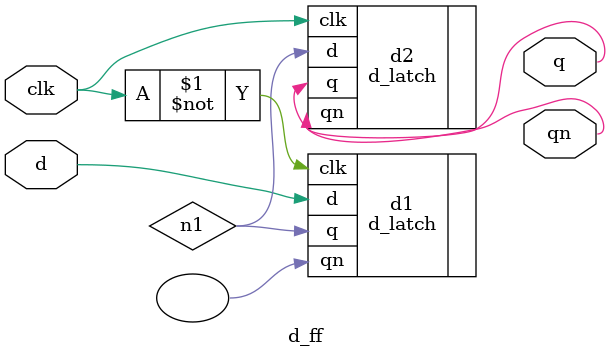
<source format=sv>
`include "ch3/d_latch.sv"

module d_ff (
    input logic d, clk,
    output logic q, qn
);
    logic n1;

    d_latch d1 (
        .d(d),
        .clk(~clk),
        .q(n1),
        .qn()
    );

    d_latch d2 (
        .d(n1),
        .clk(clk),
        .q(q),
        .qn(qn)
    );

endmodule
</source>
